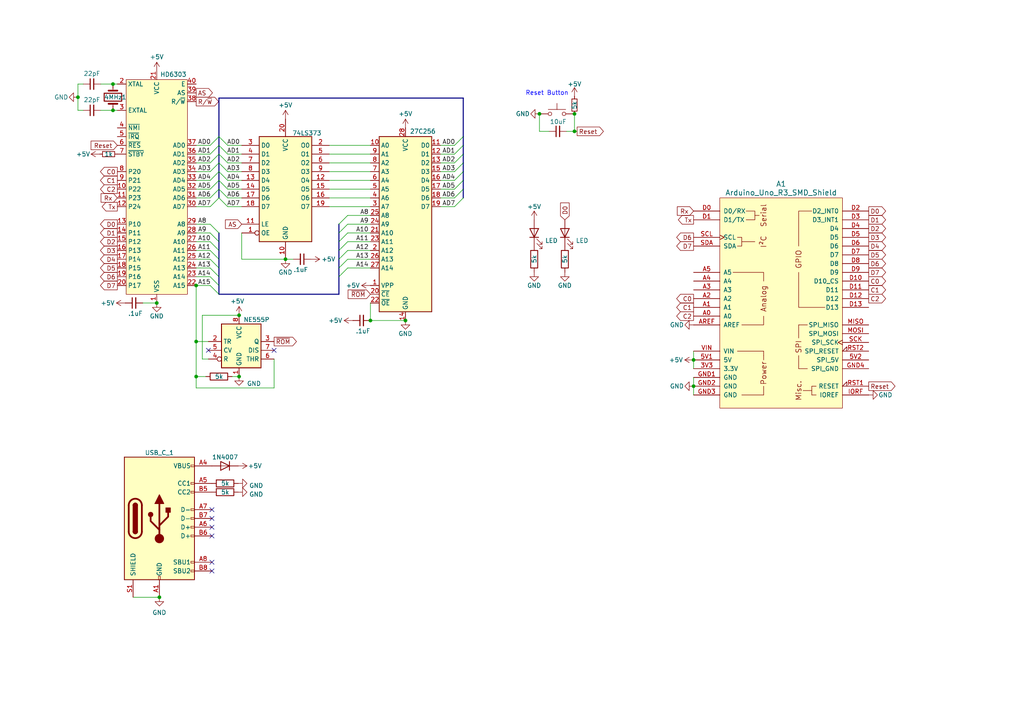
<source format=kicad_sch>
(kicad_sch (version 20230121) (generator eeschema)
  (paper "A4")
  (lib_symbols
    (symbol "74xx:74LS373"
      (property "Reference" "U" (at -7.62 16.51 0))
      (property "Value" "74LS373" (at -7.62 -16.51 0))
      (symbol "74LS373_1_0"
        (pin input inverted (at -12.7 -12.7 0) (length 5.08) (name "OE") (number "1"))
        (pin power_in line (at 0 -20.32 90) (length 5.08) (name "GND") (number "10"))
        (pin input line (at -12.7 -10.16 0) (length 5.08) (name "LE") (number "11"))
        (pin tri_state line (at 12.7 2.54 180) (length 5.08) (name "O4") (number "12"))
        (pin input line (at -12.7 2.54 0) (length 5.08) (name "D4") (number "13"))
        (pin input line (at -12.7 0 0) (length 5.08) (name "D5") (number "14"))
        (pin tri_state line (at 12.7 0 180) (length 5.08) (name "O5") (number "15"))
        (pin tri_state line (at 12.7 -2.54 180) (length 5.08) (name "O6") (number "16"))
        (pin input line (at -12.7 -2.54 0) (length 5.08) (name "D6") (number "17"))
        (pin input line (at -12.7 -5.08 0) (length 5.08) (name "D7") (number "18"))
        (pin tri_state line (at 12.7 -5.08 180) (length 5.08) (name "O7") (number "19"))
        (pin tri_state line (at 12.7 12.7 180) (length 5.08) (name "O0") (number "2"))
        (pin power_in line (at 0 20.32 270) (length 5.08) (name "VCC") (number "20"))
        (pin input line (at -12.7 12.7 0) (length 5.08) (name "D0") (number "3"))
        (pin input line (at -12.7 10.16 0) (length 5.08) (name "D1") (number "4"))
        (pin tri_state line (at 12.7 10.16 180) (length 5.08) (name "O1") (number "5"))
        (pin tri_state line (at 12.7 7.62 180) (length 5.08) (name "O2") (number "6"))
        (pin input line (at -12.7 7.62 0) (length 5.08) (name "D2") (number "7"))
        (pin input line (at -12.7 5.08 0) (length 5.08) (name "D3") (number "8"))
        (pin tri_state line (at 12.7 5.08 180) (length 5.08) (name "O3") (number "9"))
      )
      (symbol "74LS373_1_1"
        (rectangle (start -7.62 15.24) (end 7.62 -15.24) (stroke (width 0.254)) (fill (type background)))
      )
    )
    (symbol "Connector:USB_C_Receptacle_USB2.0" (pin_names (offset 1.016))
      (property "Reference" "J" (at -10.16 19.05 0))
      (property "Value" "USB_C_Receptacle_USB2.0" (at 19.05 19.05 0))
      (symbol "USB_C_Receptacle_USB2.0_0_0"
        (rectangle (start -0.254 -17.78) (end 0.254 -16.764))
        (rectangle (start 10.16 -14.986) (end 9.144 -15.494))
        (rectangle (start 10.16 -12.446) (end 9.144 -12.954))
        (rectangle (start 10.16 -4.826) (end 9.144 -5.334))
        (rectangle (start 10.16 -2.286) (end 9.144 -2.794))
        (rectangle (start 10.16 0.254) (end 9.144 -0.254))
        (rectangle (start 10.16 2.794) (end 9.144 2.286))
        (rectangle (start 10.16 7.874) (end 9.144 7.366))
        (rectangle (start 10.16 10.414) (end 9.144 9.906))
        (rectangle (start 10.16 15.494) (end 9.144 14.986))
      )
      (symbol "USB_C_Receptacle_USB2.0_0_1"
        (rectangle (start -10.16 17.78) (end 10.16 -17.78) (stroke (width 0.254)) (fill (type background)))
        (arc (start -8.89 -3.81) (mid -6.985 -5.7067) (end -5.08 -3.81) (stroke (width 0.508)))
        (arc (start -7.62 -3.81) (mid -6.985 -4.4423) (end -6.35 -3.81) (stroke (width 0.254)))
        (arc (start -7.62 -3.81) (mid -6.985 -4.4423) (end -6.35 -3.81) (stroke (width 0.254)) (fill (type outline)))
        (rectangle (start -7.62 -3.81) (end -6.35 3.81) (stroke (width 0.254)) (fill (type outline)))
        (arc (start -6.35 3.81) (mid -6.985 4.4423) (end -7.62 3.81) (stroke (width 0.254)))
        (arc (start -6.35 3.81) (mid -6.985 4.4423) (end -7.62 3.81) (stroke (width 0.254)) (fill (type outline)))
        (arc (start -5.08 3.81) (mid -6.985 5.7067) (end -8.89 3.81) (stroke (width 0.508)))
        (circle (center -2.54 1.143) (radius 0.635) (stroke (width 0.254)) (fill (type outline)))
        (circle (center 0 -5.842) (radius 1.27) (fill (type outline)))
        (polyline (pts (xy -8.89 -3.81) (xy -8.89 3.81)) (stroke (width 0.508)))
        (polyline (pts (xy -5.08 3.81) (xy -5.08 -3.81)) (stroke (width 0.508)))
        (polyline (pts (xy 0 -5.842) (xy 0 4.318)) (stroke (width 0.508)))
        (polyline (pts (xy 0 -3.302) (xy -2.54 -0.762) (xy -2.54 0.508)) (stroke (width 0.508)))
        (polyline (pts (xy 0 -2.032) (xy 2.54 0.508) (xy 2.54 1.778)) (stroke (width 0.508)))
        (polyline (pts (xy -1.27 4.318) (xy 0 6.858) (xy 1.27 4.318) (xy -1.27 4.318)) (stroke (width 0.254)) (fill (type outline)))
        (rectangle (start 1.905 1.778) (end 3.175 3.048) (stroke (width 0.254)) (fill (type outline)))
      )
      (symbol "USB_C_Receptacle_USB2.0_1_1"
        (pin passive line (at 0 -22.86 90) (length 5.08) (name "GND") (number "A1"))
        (pin passive line (at 0 -22.86 90) (length 5.08) hide (name "GND") (number "A12"))
        (pin passive line (at 15.24 15.24 180) (length 5.08) (name "VBUS") (number "A4"))
        (pin bidirectional line (at 15.24 10.16 180) (length 5.08) (name "CC1") (number "A5"))
        (pin bidirectional line (at 15.24 -2.54 180) (length 5.08) (name "D+") (number "A6"))
        (pin bidirectional line (at 15.24 2.54 180) (length 5.08) (name "D-") (number "A7"))
        (pin bidirectional line (at 15.24 -12.7 180) (length 5.08) (name "SBU1") (number "A8"))
        (pin passive line (at 15.24 15.24 180) (length 5.08) hide (name "VBUS") (number "A9"))
        (pin passive line (at 0 -22.86 90) (length 5.08) hide (name "GND") (number "B1"))
        (pin passive line (at 0 -22.86 90) (length 5.08) hide (name "GND") (number "B12"))
        (pin passive line (at 15.24 15.24 180) (length 5.08) hide (name "VBUS") (number "B4"))
        (pin bidirectional line (at 15.24 7.62 180) (length 5.08) (name "CC2") (number "B5"))
        (pin bidirectional line (at 15.24 -5.08 180) (length 5.08) (name "D+") (number "B6"))
        (pin bidirectional line (at 15.24 0 180) (length 5.08) (name "D-") (number "B7"))
        (pin bidirectional line (at 15.24 -15.24 180) (length 5.08) (name "SBU2") (number "B8"))
        (pin passive line (at 15.24 15.24 180) (length 5.08) hide (name "VBUS") (number "B9"))
        (pin passive line (at -7.62 -22.86 90) (length 5.08) (name "SHIELD") (number "S1"))
      )
    )
    (symbol "Device:C_Small" (pin_numbers hide) (pin_names (offset 0.254) hide)
      (property "Reference" "C" (at 0.254 1.778 0))
      (property "Value" "C_Small" (at 0.254 -2.032 0))
      (symbol "C_Small_0_1"
        (polyline (pts (xy -1.524 -0.508) (xy 1.524 -0.508)) (stroke (width 0.3302)))
        (polyline (pts (xy -1.524 0.508) (xy 1.524 0.508)) (stroke (width 0.3048)))
      )
      (symbol "C_Small_1_1"
        (pin passive line (at 0 2.54 270) (length 2.032) (name "~") (number "1"))
        (pin passive line (at 0 -2.54 90) (length 2.032) (name "~") (number "2"))
      )
    )
    (symbol "Device:Crystal" (pin_numbers hide) (pin_names (offset 1.016) hide)
      (property "Reference" "Y" (at 0 3.81 0))
      (property "Value" "Crystal" (at 0 -3.81 0))
      (symbol "Crystal_0_1"
        (rectangle (start -1.143 2.54) (end 1.143 -2.54) (stroke (width 0.3048)))
        (polyline (pts (xy -2.54 0) (xy -1.905 0)))
        (polyline (pts (xy -1.905 -1.27) (xy -1.905 1.27)) (stroke (width 0.508)))
        (polyline (pts (xy 1.905 -1.27) (xy 1.905 1.27)) (stroke (width 0.508)))
        (polyline (pts (xy 2.54 0) (xy 1.905 0)))
      )
      (symbol "Crystal_1_1"
        (pin passive line (at -3.81 0 0) (length 1.27) (name "1") (number "1"))
        (pin passive line (at 3.81 0 180) (length 1.27) (name "2") (number "2"))
      )
    )
    (symbol "Device:D" (pin_numbers hide) (pin_names (offset 1.016) hide)
      (property "Reference" "D" (at 0 2.54 0))
      (property "Value" "D" (at 0 -2.54 0))
      (symbol "D_0_1"
        (polyline (pts (xy -1.27 1.27) (xy -1.27 -1.27)) (stroke (width 0.254)))
        (polyline (pts (xy 1.27 0) (xy -1.27 0)))
        (polyline (pts (xy 1.27 1.27) (xy 1.27 -1.27) (xy -1.27 0) (xy 1.27 1.27)) (stroke (width 0.254)))
      )
      (symbol "D_1_1"
        (pin passive line (at -3.81 0 0) (length 2.54) (name "K") (number "1"))
        (pin passive line (at 3.81 0 180) (length 2.54) (name "A") (number "2"))
      )
    )
    (symbol "Device:LED" (pin_numbers hide) (pin_names (offset 1.016) hide)
      (property "Reference" "D" (at 0 2.54 0))
      (property "Value" "LED" (at 0 -2.54 0))
      (symbol "LED_0_1"
        (polyline (pts (xy -1.27 -1.27) (xy -1.27 1.27)) (stroke (width 0.254)))
        (polyline (pts (xy -1.27 0) (xy 1.27 0)))
        (polyline (pts (xy 1.27 -1.27) (xy 1.27 1.27) (xy -1.27 0) (xy 1.27 -1.27)) (stroke (width 0.254)))
        (polyline (pts (xy -3.048 -0.762) (xy -4.572 -2.286) (xy -3.81 -2.286) (xy -4.572 -2.286) (xy -4.572 -1.524)))
        (polyline (pts (xy -1.778 -0.762) (xy -3.302 -2.286) (xy -2.54 -2.286) (xy -3.302 -2.286) (xy -3.302 -1.524)))
      )
      (symbol "LED_1_1"
        (pin passive line (at -3.81 0 0) (length 2.54) (name "K") (number "1"))
        (pin passive line (at 3.81 0 180) (length 2.54) (name "A") (number "2"))
      )
    )
    (symbol "Device:R" (pin_numbers hide) (pin_names (offset 0))
      (property "Reference" "R" (at 2.032 0 90))
      (property "Value" "R" (at 0 0 90))
      (symbol "R_0_1"
        (rectangle (start -1.016 -2.54) (end 1.016 2.54) (stroke (width 0.254)))
      )
      (symbol "R_1_1"
        (pin passive line (at 0 3.81 270) (length 1.27) (name "~") (number "1"))
        (pin passive line (at 0 -3.81 90) (length 1.27) (name "~") (number "2"))
      )
    )
    (symbol "Device:R_Small" (pin_numbers hide) (pin_names (offset 0.254) hide)
      (property "Reference" "R" (at 0.762 0.508 0))
      (property "Value" "R_Small" (at 0.762 -1.016 0))
      (symbol "R_Small_0_1"
        (rectangle (start -0.762 1.778) (end 0.762 -1.778) (stroke (width 0.2032)))
      )
      (symbol "R_Small_1_1"
        (pin passive line (at 0 2.54 270) (length 0.762) (name "~") (number "1"))
        (pin passive line (at 0 -2.54 90) (length 0.762) (name "~") (number "2"))
      )
    )
    (symbol "Memory_EPROM:27C256"
      (property "Reference" "U" (at -7.62 26.67 0))
      (property "Value" "27C256" (at 2.54 -26.67 0))
      (symbol "27C256_1_1"
        (rectangle (start -7.62 25.4) (end 7.62 -25.4) (stroke (width 0.254)) (fill (type background)))
        (pin input line (at -10.16 -17.78 0) (length 2.54) (name "VPP") (number "1"))
        (pin input line (at -10.16 22.86 0) (length 2.54) (name "A0") (number "10"))
        (pin tri_state line (at 10.16 22.86 180) (length 2.54) (name "D0") (number "11"))
        (pin tri_state line (at 10.16 20.32 180) (length 2.54) (name "D1") (number "12"))
        (pin tri_state line (at 10.16 17.78 180) (length 2.54) (name "D2") (number "13"))
        (pin power_in line (at 0 -27.94 90) (length 2.54) (name "GND") (number "14"))
        (pin tri_state line (at 10.16 15.24 180) (length 2.54) (name "D3") (number "15"))
        (pin tri_state line (at 10.16 12.7 180) (length 2.54) (name "D4") (number "16"))
        (pin tri_state line (at 10.16 10.16 180) (length 2.54) (name "D5") (number "17"))
        (pin tri_state line (at 10.16 7.62 180) (length 2.54) (name "D6") (number "18"))
        (pin tri_state line (at 10.16 5.08 180) (length 2.54) (name "D7") (number "19"))
        (pin input line (at -10.16 -7.62 0) (length 2.54) (name "A12") (number "2"))
        (pin input line (at -10.16 -20.32 0) (length 2.54) (name "~{CE}") (number "20"))
        (pin input line (at -10.16 -2.54 0) (length 2.54) (name "A10") (number "21"))
        (pin input line (at -10.16 -22.86 0) (length 2.54) (name "~{OE}") (number "22"))
        (pin input line (at -10.16 -5.08 0) (length 2.54) (name "A11") (number "23"))
        (pin input line (at -10.16 0 0) (length 2.54) (name "A9") (number "24"))
        (pin input line (at -10.16 2.54 0) (length 2.54) (name "A8") (number "25"))
        (pin input line (at -10.16 -10.16 0) (length 2.54) (name "A13") (number "26"))
        (pin input line (at -10.16 -12.7 0) (length 2.54) (name "A14") (number "27"))
        (pin power_in line (at 0 27.94 270) (length 2.54) (name "VCC") (number "28"))
        (pin input line (at -10.16 5.08 0) (length 2.54) (name "A7") (number "3"))
        (pin input line (at -10.16 7.62 0) (length 2.54) (name "A6") (number "4"))
        (pin input line (at -10.16 10.16 0) (length 2.54) (name "A5") (number "5"))
        (pin input line (at -10.16 12.7 0) (length 2.54) (name "A4") (number "6"))
        (pin input line (at -10.16 15.24 0) (length 2.54) (name "A3") (number "7"))
        (pin input line (at -10.16 17.78 0) (length 2.54) (name "A2") (number "8"))
        (pin input line (at -10.16 20.32 0) (length 2.54) (name "A1") (number "9"))
      )
    )
    (symbol "PCM_arduino-library:Arduino_Uno_R3_SMD_Shield" (pin_names (offset 1.016))
      (property "Reference" "A" (at 0 36.83 0))
      (property "Value" "Arduino_Uno_R3_SMD_Shield" (at 0 33.02 0))
      (symbol "Arduino_Uno_R3_SMD_Shield_0_0"
        (rectangle (start -17.78 30.48) (end 17.78 -30.48) (fill (type background)))
        (rectangle (start -12.7 -13.97) (end -5.08 -13.97))
        (rectangle (start -11.43 -26.67) (end -5.08 -26.67))
        (polyline (pts (xy -11.43 17.78) (xy -7.62 17.78)))
        (polyline (pts (xy -7.62 25.4) (xy -6.35 25.4)))
        (polyline (pts (xy -5.08 -26.67) (xy -5.08 -24.13)))
        (polyline (pts (xy -5.08 -15.24) (xy -5.08 -16.51)))
        (polyline (pts (xy -5.08 -13.97) (xy -5.08 -15.24)))
        (polyline (pts (xy -5.08 -3.81) (xy -5.08 -6.35) (xy -11.43 -6.35)))
        (polyline (pts (xy -5.08 6.35) (xy -5.08 8.89) (xy -13.97 8.89)))
        (polyline (pts (xy 5.08 8.89) (xy 5.08 -1.27) (xy 12.7 -1.27)))
        (polyline (pts (xy 5.08 16.51) (xy 5.08 26.67) (xy 8.89 26.67)))
        (polyline (pts (xy -12.7 19.05) (xy -11.43 19.05) (xy -11.43 16.51) (xy -12.7 16.51)))
        (polyline (pts (xy -10.16 26.67) (xy -7.62 26.67) (xy -7.62 24.13) (xy -10.16 24.13)))
        (rectangle (start 5.08 -19.05) (end 5.08 -15.24))
        (rectangle (start 5.08 -19.05) (end 7.62 -19.05))
        (rectangle (start 5.08 -10.16) (end 5.08 -6.35))
        (rectangle (start 7.62 -6.35) (end 5.08 -6.35))
        (rectangle (start 8.89 -25.4) (end 6.35 -25.4))
        (rectangle (start 8.89 -24.13) (end 8.89 -26.67))
        (rectangle (start 10.16 -26.67) (end 8.89 -26.67))
        (rectangle (start 10.16 -24.13) (end 8.89 -24.13))
        (text "Analog" (at -5.08 1.27 900) (effects (font (size 1.524 1.524))))
        (text "I²C" (at -5.08 17.78 900) (effects (font (size 1.524 1.524))))
        (text "Misc." (at 5.08 -25.4 900) (effects (font (size 1.524 1.524))))
        (text "Power" (at -5.08 -20.32 900) (effects (font (size 1.524 1.524))))
        (text "Serial" (at -5.08 25.4 900) (effects (font (size 1.524 1.524))))
        (text "SPI" (at 5.08 -12.7 900) (effects (font (size 1.524 1.524))))
      )
      (symbol "Arduino_Uno_R3_SMD_Shield_1_0"
        (text "GPIO" (at 5.08 12.7 900) (effects (font (size 1.524 1.524))))
      )
      (symbol "Arduino_Uno_R3_SMD_Shield_1_1"
        (pin power_out line (at -25.4 -19.05 0) (length 7.62) (name "3.3V") (number "3V3"))
        (pin power_in line (at -25.4 -16.51 0) (length 7.62) (name "5V") (number "5V1"))
        (pin power_in line (at 25.4 -16.51 180) (length 7.62) (name "SPI_5V") (number "5V2"))
        (pin bidirectional line (at -25.4 -3.81 0) (length 7.62) (name "A0") (number "A0"))
        (pin bidirectional line (at -25.4 -1.27 0) (length 7.62) (name "A1") (number "A1"))
        (pin bidirectional line (at -25.4 1.27 0) (length 7.62) (name "A2") (number "A2"))
        (pin bidirectional line (at -25.4 3.81 0) (length 7.62) (name "A3") (number "A3"))
        (pin bidirectional line (at -25.4 6.35 0) (length 7.62) (name "A4") (number "A4"))
        (pin bidirectional line (at -25.4 8.89 0) (length 7.62) (name "A5") (number "A5"))
        (pin input line (at -25.4 -6.35 0) (length 7.62) (name "AREF") (number "AREF"))
        (pin bidirectional line (at -25.4 26.67 0) (length 7.62) (name "D0/RX") (number "D0"))
        (pin bidirectional line (at -25.4 24.13 0) (length 7.62) (name "D1/TX") (number "D1"))
        (pin bidirectional line (at 25.4 6.35 180) (length 7.62) (name "D10_CS") (number "D10"))
        (pin bidirectional line (at 25.4 3.81 180) (length 7.62) (name "D11") (number "D11"))
        (pin bidirectional line (at 25.4 1.27 180) (length 7.62) (name "D12") (number "D12"))
        (pin bidirectional line (at 25.4 -1.27 180) (length 7.62) (name "D13") (number "D13"))
        (pin bidirectional line (at 25.4 26.67 180) (length 7.62) (name "D2_INT0") (number "D2"))
        (pin bidirectional line (at 25.4 24.13 180) (length 7.62) (name "D3_INT1") (number "D3"))
        (pin bidirectional line (at 25.4 21.59 180) (length 7.62) (name "D4") (number "D4"))
        (pin bidirectional line (at 25.4 19.05 180) (length 7.62) (name "D5") (number "D5"))
        (pin bidirectional line (at 25.4 16.51 180) (length 7.62) (name "D6") (number "D6"))
        (pin bidirectional line (at 25.4 13.97 180) (length 7.62) (name "D7") (number "D7"))
        (pin bidirectional line (at 25.4 11.43 180) (length 7.62) (name "D8") (number "D8"))
        (pin bidirectional line (at 25.4 8.89 180) (length 7.62) (name "D9") (number "D9"))
        (pin power_in line (at -25.4 -21.59 0) (length 7.62) (name "GND") (number "GND1"))
        (pin power_in line (at -25.4 -24.13 0) (length 7.62) (name "GND") (number "GND2"))
        (pin power_in line (at -25.4 -26.67 0) (length 7.62) (name "GND") (number "GND3"))
        (pin power_in line (at 25.4 -19.05 180) (length 7.62) (name "SPI_GND") (number "GND4"))
        (pin output line (at 25.4 -26.67 180) (length 7.62) (name "IOREF") (number "IORF"))
        (pin input line (at 25.4 -6.35 180) (length 7.62) (name "SPI_MISO") (number "MISO"))
        (pin output line (at 25.4 -8.89 180) (length 7.62) (name "SPI_MOSI") (number "MOSI"))
        (pin open_collector input_low (at 25.4 -24.13 180) (length 7.62) (name "RESET") (number "RST1"))
        (pin open_collector input_low (at 25.4 -13.97 180) (length 7.62) (name "SPI_RESET") (number "RST2"))
        (pin output clock (at 25.4 -11.43 180) (length 7.62) (name "SPI_SCK") (number "SCK"))
        (pin bidirectional clock (at -25.4 19.05 0) (length 7.62) (name "SCL") (number "SCL"))
        (pin bidirectional line (at -25.4 16.51 0) (length 7.62) (name "SDA") (number "SDA"))
        (pin power_in line (at -25.4 -13.97 0) (length 7.62) (name "VIN") (number "VIN"))
      )
    )
    (symbol "Switch:SW_Push" (pin_numbers hide) (pin_names (offset 1.016) hide)
      (property "Reference" "SW" (at 1.27 2.54 0))
      (property "Value" "SW_Push" (at 0 -1.524 0))
      (symbol "SW_Push_0_1"
        (circle (center -2.032 0) (radius 0.508))
        (polyline (pts (xy 0 1.27) (xy 0 3.048)))
        (polyline (pts (xy 2.54 1.27) (xy -2.54 1.27)))
        (circle (center 2.032 0) (radius 0.508))
        (pin passive line (at -5.08 0 0) (length 2.54) (name "1") (number "1"))
        (pin passive line (at 5.08 0 180) (length 2.54) (name "2") (number "2"))
      )
    )
    (symbol "Timer:NE555P"
      (property "Value" "NE555P" (at -2.54 8.89 0))
      (symbol "NE555P_0_0"
        (pin power_in line (at -3.81 -7.62 90) (length 2.54) (name "GND") (number "1"))
        (pin power_in line (at -3.81 10.16 270) (length 2.54) (name "VCC") (number "8"))
      )
      (symbol "NE555P_0_1"
        (rectangle (start -8.89 7.62) (end 2.54 -5.08) (stroke (width 0.254)) (fill (type background)))
        (rectangle (start -8.89 7.62) (end 2.54 -5.08) (stroke (width 0.254)) (fill (type background)))
      )
      (symbol "NE555P_1_1"
        (pin input line (at -12.7 2.54 0) (length 3.81) (name "TR") (number "2"))
        (pin output line (at 6.35 2.54 180) (length 3.81) (name "Q") (number "3"))
        (pin input inverted (at -12.7 -2.54 0) (length 3.81) (name "R") (number "4"))
        (pin input line (at -12.7 0 0) (length 3.81) (name "CV") (number "5"))
        (pin input line (at 6.35 -2.54 180) (length 3.81) (name "THR") (number "6"))
        (pin input line (at 6.35 0 180) (length 3.81) (name "DIS") (number "7"))
      )
    )
    (symbol "devkit lipo:+5V" (power) (pin_names (offset 0))
      (property "Value" "+5V" (at 0 3.556 0))
      (symbol "+5V_0_1"
        (polyline (pts (xy -0.762 1.27) (xy 0 2.54)))
        (polyline (pts (xy 0 0) (xy 0 2.54)))
        (polyline (pts (xy 0 2.54) (xy 0.762 1.27)))
      )
      (symbol "+5V_1_1"
        (pin power_in line (at 0 0 90) (length 0) hide (name "+5V") (number "1"))
      )
    )
    (symbol "devkit lipo:GND" (power) (pin_names (offset 0))
      (property "Value" "GND" (at 0 -3.81 0))
      (symbol "GND_0_1"
        (polyline (pts (xy 0 0) (xy 0 -1.27) (xy 1.27 -1.27) (xy 0 -2.54) (xy -1.27 -1.27) (xy 0 -1.27)))
      )
      (symbol "GND_1_1"
        (pin power_in line (at 0 0 270) (length 0) hide (name "GND") (number "1"))
      )
    )
    (symbol "new shii:HD6303"
      (property "Value" "HD6303" (at 12.446 0.254 0))
      (symbol "HD6303_1_1"
        (rectangle (start -1.27 -1.27) (end 16.51 -63.5) (fill (type background)))
        (pin input line (at 7.62 -66.04 90) (length 2.54) (name "VSS") (number "1"))
        (pin input line (at -3.81 -33.02 0) (length 2.54) (name "P22") (number "10"))
        (pin input line (at -3.81 -35.56 0) (length 2.54) (name "P23") (number "11"))
        (pin input line (at -3.81 -38.1 0) (length 2.54) (name "P24") (number "12"))
        (pin input line (at -3.81 -43.18 0) (length 2.54) (name "P10") (number "13"))
        (pin input line (at -3.81 -45.72 0) (length 2.54) (name "P11") (number "14"))
        (pin input line (at -3.81 -48.26 0) (length 2.54) (name "P12") (number "15"))
        (pin input line (at -3.81 -50.8 0) (length 2.54) (name "P13") (number "16"))
        (pin input line (at -3.81 -53.34 0) (length 2.54) (name "P14") (number "17"))
        (pin input line (at -3.81 -55.88 0) (length 2.54) (name "P15") (number "18"))
        (pin input line (at -3.81 -58.42 0) (length 2.54) (name "P16") (number "19"))
        (pin input line (at -3.81 -2.54 0) (length 2.54) (name "XTAL") (number "2"))
        (pin input line (at -3.81 -60.96 0) (length 2.54) (name "P17") (number "20"))
        (pin input line (at 7.62 1.27 270) (length 2.54) (name "VCC") (number "21"))
        (pin input line (at 19.05 -60.96 180) (length 2.54) (name "A15") (number "22"))
        (pin input line (at 19.05 -58.42 180) (length 2.54) (name "A14") (number "23"))
        (pin input line (at 19.05 -55.88 180) (length 2.54) (name "A13") (number "24"))
        (pin input line (at 19.05 -53.34 180) (length 2.54) (name "A12") (number "25"))
        (pin input line (at 19.05 -50.8 180) (length 2.54) (name "A11") (number "26"))
        (pin input line (at 19.05 -48.26 180) (length 2.54) (name "A10") (number "27"))
        (pin input line (at 19.05 -45.72 180) (length 2.54) (name "A9") (number "28"))
        (pin input line (at 19.05 -43.18 180) (length 2.54) (name "A8") (number "29"))
        (pin input line (at -3.81 -10.16 0) (length 2.54) (name "EXTAL") (number "3"))
        (pin input line (at 19.05 -38.1 180) (length 2.54) (name "AD7") (number "30"))
        (pin input line (at 19.05 -35.56 180) (length 2.54) (name "AD6") (number "31"))
        (pin input line (at 19.05 -33.02 180) (length 2.54) (name "AD5") (number "32"))
        (pin input line (at 19.05 -30.48 180) (length 2.54) (name "AD4") (number "33"))
        (pin input line (at 19.05 -27.94 180) (length 2.54) (name "AD3") (number "34"))
        (pin input line (at 19.05 -25.4 180) (length 2.54) (name "AD2") (number "35"))
        (pin input line (at 19.05 -22.86 180) (length 2.54) (name "AD1") (number "36"))
        (pin input line (at 19.05 -20.32 180) (length 2.54) (name "AD0") (number "37"))
        (pin input line (at 19.05 -7.62 180) (length 2.54) (name "R/~{W}") (number "38"))
        (pin input line (at 19.05 -5.08 180) (length 2.54) (name "AS") (number "39"))
        (pin input line (at -3.81 -15.24 0) (length 2.54) (name "~{NMI}") (number "4"))
        (pin input line (at 19.05 -2.54 180) (length 2.54) (name "E") (number "40"))
        (pin input line (at -3.81 -17.78 0) (length 2.54) (name "~{IRQ}") (number "5"))
        (pin input line (at -3.81 -20.32 0) (length 2.54) (name "~{RES}") (number "6"))
        (pin input line (at -3.81 -22.86 0) (length 2.54) (name "~{STBY}") (number "7"))
        (pin input line (at -3.81 -27.94 0) (length 2.54) (name "P20") (number "8"))
        (pin input line (at -3.81 -30.48 0) (length 2.54) (name "P21") (number "9"))
      )
    )
    (symbol "power:+5V" (power) (pin_names (offset 0))
      (property "Value" "+5V" (at 0 3.556 0))
      (symbol "+5V_0_1"
        (polyline (pts (xy -0.762 1.27) (xy 0 2.54)))
        (polyline (pts (xy 0 0) (xy 0 2.54)))
        (polyline (pts (xy 0 2.54) (xy 0.762 1.27)))
      )
      (symbol "+5V_1_1"
        (pin power_in line (at 0 0 90) (length 0) hide (name "+5V") (number "1"))
      )
    )
    (symbol "power:GND" (power) (pin_names (offset 0))
      (property "Value" "GND" (at 0 -3.81 0))
      (symbol "GND_0_1"
        (polyline (pts (xy 0 0) (xy 0 -1.27) (xy 1.27 -1.27) (xy 0 -2.54) (xy -1.27 -1.27) (xy 0 -1.27)))
      )
      (symbol "GND_1_1"
        (pin power_in line (at 0 0 270) (length 0) hide (name "GND") (number "1"))
      )
    )
  )
  (junction (at 46.228 173.228))
  (junction (at 69.342 109.22))
  (junction (at 45.466 87.884))
  (junction (at 107.442 92.964))
  (junction (at 69.342 91.44))
  (junction (at 201.168 112.014))
  (junction (at 156.464 33.02))
  (junction (at 22.606 28.194))
  (junction (at 32.766 24.384))
  (junction (at 166.624 33.02))
  (junction (at 56.896 109.22))
  (junction (at 166.624 38.1))
  (junction (at 82.804 75.184))
  (junction (at 56.896 82.804))
  (junction (at 201.168 104.394))
  (junction (at 56.896 99.06))
  (junction (at 32.766 32.004))
  (junction (at 117.602 92.964))
  (no_connect (at 61.468 165.608))
  (no_connect (at 61.468 163.068))
  (no_connect (at 79.502 101.6))
  (no_connect (at 61.468 150.368))
  (no_connect (at 61.468 155.448))
  (no_connect (at 61.468 152.908))
  (no_connect (at 61.468 147.828))
  (no_connect (at 60.452 101.6))
  (bus_entry (at 66.04 54.864) (size -2.54 -2.54))
  (bus_entry (at 131.826 44.704) (size 2.54 -2.54))
  (bus_entry (at 100.838 72.644) (size -2.54 2.54))
  (bus_entry (at 131.826 52.324) (size 2.54 -2.54))
  (bus_entry (at 60.96 77.724) (size 2.54 2.54))
  (bus_entry (at 60.96 42.164) (size 2.54 -2.54))
  (bus_entry (at 60.96 47.244) (size 2.54 -2.54))
  (bus_entry (at 100.838 65.024) (size -2.54 2.54))
  (bus_entry (at 100.838 77.724) (size -2.54 2.54))
  (bus_entry (at 60.96 67.564) (size 2.54 2.54))
  (bus_entry (at 60.96 59.944) (size 2.54 -2.54))
  (bus_entry (at 66.04 49.784) (size -2.54 -2.54))
  (bus_entry (at 66.04 47.244) (size -2.54 -2.54))
  (bus_entry (at 66.04 59.944) (size -2.54 -2.54))
  (bus_entry (at 131.826 47.244) (size 2.54 -2.54))
  (bus_entry (at 60.96 44.704) (size 2.54 -2.54))
  (bus_entry (at 60.96 70.104) (size 2.54 2.54))
  (bus_entry (at 131.826 57.404) (size 2.54 -2.54))
  (bus_entry (at 60.96 49.784) (size 2.54 -2.54))
  (bus_entry (at 60.96 72.644) (size 2.54 2.54))
  (bus_entry (at 66.04 42.164) (size -2.54 -2.54))
  (bus_entry (at 131.826 59.944) (size 2.54 -2.54))
  (bus_entry (at 60.96 80.264) (size 2.54 2.54))
  (bus_entry (at 60.96 57.404) (size 2.54 -2.54))
  (bus_entry (at 60.96 54.864) (size 2.54 -2.54))
  (bus_entry (at 60.96 52.324) (size 2.54 -2.54))
  (bus_entry (at 60.96 65.024) (size 2.54 2.54))
  (bus_entry (at 131.826 54.864) (size 2.54 -2.54))
  (bus_entry (at 66.04 52.324) (size -2.54 -2.54))
  (bus_entry (at 100.838 62.484) (size -2.54 2.54))
  (bus_entry (at 100.838 70.104) (size -2.54 2.54))
  (bus_entry (at 66.04 57.404) (size -2.54 -2.54))
  (bus_entry (at 60.96 82.804) (size 2.54 2.54))
  (bus_entry (at 60.96 75.184) (size 2.54 2.54))
  (bus_entry (at 66.04 44.704) (size -2.54 -2.54))
  (bus_entry (at 131.826 49.784) (size 2.54 -2.54))
  (bus_entry (at 100.838 67.564) (size -2.54 2.54))
  (bus_entry (at 100.838 75.184) (size -2.54 2.54))
  (bus_entry (at 131.826 42.164) (size 2.54 -2.54))
  (wire (pts (xy 107.442 62.484) (xy 100.838 62.484)))
  (wire (pts (xy 56.896 82.804) (xy 56.896 99.06)))
  (wire (pts (xy 56.896 109.22) (xy 56.896 112.522)))
  (wire (pts (xy 38.608 173.228) (xy 46.228 173.228)))
  (bus (pts (xy 98.298 80.264) (xy 98.298 77.724)))
  (wire (pts (xy 29.21 32.004) (xy 32.766 32.004)))
  (bus (pts (xy 63.5 44.704) (xy 63.5 47.244)))
  (wire (pts (xy 56.896 65.024) (xy 60.96 65.024)))
  (wire (pts (xy 107.442 77.724) (xy 100.838 77.724)))
  (wire (pts (xy 107.442 65.024) (xy 100.838 65.024)))
  (bus (pts (xy 63.5 75.184) (xy 63.5 72.644)))
  (wire (pts (xy 127.762 52.324) (xy 131.826 52.324)))
  (wire (pts (xy 166.624 33.02) (xy 166.624 38.1)))
  (wire (pts (xy 56.896 49.784) (xy 60.96 49.784)))
  (wire (pts (xy 56.896 82.804) (xy 60.96 82.804)))
  (bus (pts (xy 63.5 49.784) (xy 63.5 52.324)))
  (bus (pts (xy 63.5 54.864) (xy 63.5 57.404)))
  (wire (pts (xy 107.442 44.704) (xy 95.504 44.704)))
  (wire (pts (xy 56.896 70.104) (xy 60.96 70.104)))
  (wire (pts (xy 70.104 59.944) (xy 66.04 59.944)))
  (wire (pts (xy 85.09 75.184) (xy 82.804 75.184)))
  (wire (pts (xy 127.762 57.404) (xy 131.826 57.404)))
  (wire (pts (xy 56.896 67.564) (xy 60.96 67.564)))
  (wire (pts (xy 156.464 33.02) (xy 156.464 38.1)))
  (wire (pts (xy 56.896 52.324) (xy 60.96 52.324)))
  (wire (pts (xy 70.104 54.864) (xy 66.04 54.864)))
  (bus (pts (xy 134.366 42.164) (xy 134.366 44.704)))
  (wire (pts (xy 127.762 47.244) (xy 131.826 47.244)))
  (wire (pts (xy 107.442 67.564) (xy 100.838 67.564)))
  (bus (pts (xy 134.366 47.244) (xy 134.366 49.784)))
  (bus (pts (xy 98.298 75.184) (xy 98.298 72.644)))
  (wire (pts (xy 56.896 59.944) (xy 60.96 59.944)))
  (wire (pts (xy 58.674 91.44) (xy 58.674 104.14)))
  (wire (pts (xy 56.896 112.522) (xy 79.502 112.522)))
  (wire (pts (xy 70.104 44.704) (xy 66.04 44.704)))
  (wire (pts (xy 69.342 91.44) (xy 58.674 91.44)))
  (bus (pts (xy 63.5 70.104) (xy 63.5 67.564)))
  (wire (pts (xy 56.896 54.864) (xy 60.96 54.864)))
  (wire (pts (xy 69.342 109.22) (xy 67.31 109.22)))
  (wire (pts (xy 56.896 75.184) (xy 60.96 75.184)))
  (wire (pts (xy 22.606 24.384) (xy 22.606 28.194)))
  (wire (pts (xy 79.502 112.522) (xy 79.502 104.14)))
  (wire (pts (xy 166.624 38.1) (xy 167.386 38.1)))
  (wire (pts (xy 32.766 24.384) (xy 34.036 24.384)))
  (wire (pts (xy 58.674 104.14) (xy 60.452 104.14)))
  (wire (pts (xy 107.442 75.184) (xy 100.838 75.184)))
  (bus (pts (xy 63.5 39.624) (xy 63.5 42.164)))
  (wire (pts (xy 56.896 109.22) (xy 59.69 109.22)))
  (bus (pts (xy 134.366 52.324) (xy 134.366 54.864)))
  (bus (pts (xy 134.366 28.448) (xy 63.5 28.448)))
  (wire (pts (xy 127.762 59.944) (xy 131.826 59.944)))
  (wire (pts (xy 107.442 59.944) (xy 95.504 59.944)))
  (wire (pts (xy 22.606 28.194) (xy 22.606 32.004)))
  (wire (pts (xy 56.896 72.644) (xy 60.96 72.644)))
  (bus (pts (xy 134.366 54.864) (xy 134.366 57.404)))
  (bus (pts (xy 63.5 42.164) (xy 63.5 44.704)))
  (wire (pts (xy 107.442 57.404) (xy 95.504 57.404)))
  (wire (pts (xy 56.896 47.244) (xy 60.96 47.244)))
  (wire (pts (xy 107.442 72.644) (xy 100.838 72.644)))
  (bus (pts (xy 63.5 72.644) (xy 63.5 70.104)))
  (wire (pts (xy 70.104 47.244) (xy 66.04 47.244)))
  (bus (pts (xy 63.5 47.244) (xy 63.5 49.784)))
  (wire (pts (xy 201.168 104.394) (xy 201.168 106.934)))
  (bus (pts (xy 63.5 80.264) (xy 63.5 77.724)))
  (wire (pts (xy 56.896 42.164) (xy 60.96 42.164)))
  (wire (pts (xy 70.104 57.404) (xy 66.04 57.404)))
  (wire (pts (xy 56.896 57.404) (xy 60.96 57.404)))
  (wire (pts (xy 201.168 109.474) (xy 201.168 112.014)))
  (bus (pts (xy 98.298 77.724) (xy 98.298 75.184)))
  (wire (pts (xy 201.168 101.854) (xy 201.168 104.394)))
  (wire (pts (xy 56.896 44.704) (xy 60.96 44.704)))
  (wire (pts (xy 41.402 87.884) (xy 45.466 87.884)))
  (wire (pts (xy 32.766 32.004) (xy 34.036 32.004)))
  (wire (pts (xy 164.338 38.1) (xy 166.624 38.1)))
  (wire (pts (xy 127.762 54.864) (xy 131.826 54.864)))
  (bus (pts (xy 134.366 39.624) (xy 134.366 28.448)))
  (wire (pts (xy 156.464 38.1) (xy 159.258 38.1)))
  (wire (pts (xy 107.442 92.964) (xy 117.602 92.964)))
  (wire (pts (xy 56.896 77.724) (xy 60.96 77.724)))
  (wire (pts (xy 201.168 112.014) (xy 201.168 114.554)))
  (bus (pts (xy 63.5 52.324) (xy 63.5 54.864)))
  (wire (pts (xy 107.442 42.164) (xy 95.504 42.164)))
  (bus (pts (xy 98.298 72.644) (xy 98.298 70.104)))
  (wire (pts (xy 22.606 24.384) (xy 24.13 24.384)))
  (wire (pts (xy 127.762 49.784) (xy 131.826 49.784)))
  (bus (pts (xy 63.5 77.724) (xy 63.5 75.184)))
  (bus (pts (xy 63.5 28.448) (xy 63.5 39.624)))
  (wire (pts (xy 107.442 87.884) (xy 107.442 92.964)))
  (wire (pts (xy 70.104 67.564) (xy 70.104 75.184)))
  (wire (pts (xy 60.452 99.06) (xy 56.896 99.06)))
  (wire (pts (xy 107.442 47.244) (xy 95.504 47.244)))
  (bus (pts (xy 63.5 82.804) (xy 63.5 80.264)))
  (wire (pts (xy 127.762 44.704) (xy 131.826 44.704)))
  (bus (pts (xy 98.298 85.344) (xy 98.298 80.264)))
  (bus (pts (xy 63.5 85.344) (xy 98.298 85.344)))
  (wire (pts (xy 22.606 32.004) (xy 24.13 32.004)))
  (wire (pts (xy 70.104 52.324) (xy 66.04 52.324)))
  (wire (pts (xy 70.104 75.184) (xy 82.804 75.184)))
  (wire (pts (xy 56.896 80.264) (xy 60.96 80.264)))
  (wire (pts (xy 29.21 24.384) (xy 32.766 24.384)))
  (wire (pts (xy 70.104 42.164) (xy 66.04 42.164)))
  (wire (pts (xy 107.442 70.104) (xy 100.838 70.104)))
  (wire (pts (xy 107.442 49.784) (xy 95.504 49.784)))
  (bus (pts (xy 98.298 67.564) (xy 98.298 65.024)))
  (bus (pts (xy 134.366 49.784) (xy 134.366 52.324)))
  (bus (pts (xy 63.5 85.344) (xy 63.5 82.804)))
  (wire (pts (xy 127.762 42.164) (xy 131.826 42.164)))
  (bus (pts (xy 98.298 70.104) (xy 98.298 67.564)))
  (wire (pts (xy 56.896 99.06) (xy 56.896 109.22)))
  (bus (pts (xy 134.366 44.704) (xy 134.366 47.244)))
  (wire (pts (xy 107.442 54.864) (xy 95.504 54.864)))
  (wire (pts (xy 107.442 52.324) (xy 95.504 52.324)))
  (bus (pts (xy 134.366 39.624) (xy 134.366 42.164)))
  (wire (pts (xy 70.104 49.784) (xy 66.04 49.784)))
  (label "A10" (at 57.404 70.104 0))
  (label "A13" (at 106.934 75.184 180))
  (label "AD4" (at 128.27 52.324 0))
  (label "AD2" (at 69.596 47.244 180))
  (label "AD7" (at 69.596 59.944 180))
  (label "AD4" (at 69.596 52.324 180))
  (label "AD0" (at 69.596 42.164 180))
  (label "AD0" (at 128.27 42.164 0))
  (label "A10" (at 106.934 67.564 180))
  (label "A9" (at 106.934 65.024 180))
  (label "AD3" (at 57.404 49.784 0))
  (label "AD5" (at 69.596 54.864 180))
  (label "AD2" (at 128.27 47.244 0))
  (label "AD1" (at 69.596 44.704 180))
  (label "A9" (at 57.404 67.564 0))
  (label "AD0" (at 57.404 42.164 0))
  (label "AD7" (at 128.27 59.944 0))
  (label "AD6" (at 57.404 57.404 0))
  (label "A11" (at 106.934 70.104 180))
  (label "A8" (at 106.934 62.484 180))
  (label "AD6" (at 128.27 57.404 0))
  (label "AD5" (at 128.27 54.864 0))
  (label "AD6" (at 69.596 57.404 180))
  (label "A8" (at 57.404 65.024 0))
  (label "A11" (at 57.404 72.644 0))
  (label "A12" (at 57.404 75.184 0))
  (label "AD1" (at 57.404 44.704 0))
  (label "AD3" (at 128.27 49.784 0))
  (label "A13" (at 57.404 77.724 0))
  (label "AD7" (at 57.404 59.944 0))
  (label "AD1" (at 128.27 44.704 0))
  (label "AD5" (at 57.404 54.864 0))
  (label "A14" (at 57.404 80.264 0))
  (label "AD4" (at 57.404 52.324 0))
  (label "AD3" (at 69.596 49.784 180))
  (label "Reset Button" (at 152.4 27.94 0))
  (label "A14" (at 106.934 77.724 180))
  (label "A12" (at 106.934 72.644 180))
  (label "AD2" (at 57.404 47.244 0))
  (label "A15" (at 57.404 82.804 0))
  (global_label "C1" (shape output) (at 34.036 52.324 180) (property "Intersheetrefs" "${INTERSHEET_REFS}" (effects hide)))
  (global_label "C0" (shape output) (at 34.036 49.784 180) (property "Intersheetrefs" "${INTERSHEET_REFS}" (effects hide)))
  (global_label "D0" (shape input) (at 163.83 63.754 90) (property "Intersheetrefs" "${INTERSHEET_REFS}" (effects hide)))
  (global_label "D6" (shape output) (at 201.168 68.834 180) (property "Intersheetrefs" "${INTERSHEET_REFS}" (effects hide)))
  (global_label "AS" (shape input) (at 70.104 65.024 180) (property "Intersheetrefs" "${INTERSHEET_REFS}" (effects hide)))
  (global_label "D4" (shape output) (at 251.968 71.374 0) (property "Intersheetrefs" "${INTERSHEET_REFS}" (effects hide)))
  (global_label "D1" (shape output) (at 251.968 63.754 0) (property "Intersheetrefs" "${INTERSHEET_REFS}" (effects hide)))
  (global_label "Reset" (shape input) (at 34.036 42.164 180) (property "Intersheetrefs" "${INTERSHEET_REFS}" (effects hide)))
  (global_label "~{ROM}" (shape output) (at 79.502 99.06 0) (property "Intersheetrefs" "${INTERSHEET_REFS}" (effects hide)))
  (global_label "R{slash}~{W}" (shape output) (at 56.896 29.464 0) (property "Intersheetrefs" "${INTERSHEET_REFS}" (effects hide)))
  (global_label "Reset" (shape output) (at 167.386 38.1 0) (property "Intersheetrefs" "${INTERSHEET_REFS}" (effects hide)))
  (global_label "D1" (shape output) (at 34.036 67.564 180) (property "Intersheetrefs" "${INTERSHEET_REFS}" (effects hide)))
  (global_label "AS" (shape output) (at 56.896 26.924 0) (property "Intersheetrefs" "${INTERSHEET_REFS}" (effects hide)))
  (global_label "C2" (shape output) (at 34.036 54.864 180) (property "Intersheetrefs" "${INTERSHEET_REFS}" (effects hide)))
  (global_label "D6" (shape output) (at 251.968 76.454 0) (property "Intersheetrefs" "${INTERSHEET_REFS}" (effects hide)))
  (global_label "D3" (shape output) (at 34.036 72.644 180) (property "Intersheetrefs" "${INTERSHEET_REFS}" (effects hide)))
  (global_label "D2" (shape output) (at 34.036 70.104 180) (property "Intersheetrefs" "${INTERSHEET_REFS}" (effects hide)))
  (global_label "D7" (shape output) (at 201.168 71.374 180) (property "Intersheetrefs" "${INTERSHEET_REFS}" (effects hide)))
  (global_label "~{ROM}" (shape input) (at 107.442 85.344 180) (property "Intersheetrefs" "${INTERSHEET_REFS}" (effects hide)))
  (global_label "D2" (shape output) (at 251.968 66.294 0) (property "Intersheetrefs" "${INTERSHEET_REFS}" (effects hide)))
  (global_label "C2" (shape output) (at 251.968 86.614 0) (property "Intersheetrefs" "${INTERSHEET_REFS}" (effects hide)))
  (global_label "Tx" (shape output) (at 34.036 59.944 180) (property "Intersheetrefs" "${INTERSHEET_REFS}" (effects hide)))
  (global_label "D5" (shape output) (at 34.036 77.724 180) (property "Intersheetrefs" "${INTERSHEET_REFS}" (effects hide)))
  (global_label "D7" (shape output) (at 34.036 82.804 180) (property "Intersheetrefs" "${INTERSHEET_REFS}" (effects hide)))
  (global_label "D6" (shape output) (at 34.036 80.264 180) (property "Intersheetrefs" "${INTERSHEET_REFS}" (effects hide)))
  (global_label "D0" (shape output) (at 34.036 65.024 180) (property "Intersheetrefs" "${INTERSHEET_REFS}" (effects hide)))
  (global_label "D5" (shape output) (at 251.968 73.914 0) (property "Intersheetrefs" "${INTERSHEET_REFS}" (effects hide)))
  (global_label "C0" (shape output) (at 201.168 86.614 180) (property "Intersheetrefs" "${INTERSHEET_REFS}" (effects hide)))
  (global_label "Rx" (shape input) (at 34.036 57.404 180) (property "Intersheetrefs" "${INTERSHEET_REFS}" (effects hide)))
  (global_label "D3" (shape output) (at 251.968 68.834 0) (property "Intersheetrefs" "${INTERSHEET_REFS}" (effects hide)))
  (global_label "C1" (shape output) (at 251.968 84.074 0) (property "Intersheetrefs" "${INTERSHEET_REFS}" (effects hide)))
  (global_label "C2" (shape output) (at 201.168 91.694 180) (property "Intersheetrefs" "${INTERSHEET_REFS}" (effects hide)))
  (global_label "Reset" (shape output) (at 251.968 112.014 0) (property "Intersheetrefs" "${INTERSHEET_REFS}" (effects hide)))
  (global_label "Tx" (shape output) (at 201.168 63.754 180) (property "Intersheetrefs" "${INTERSHEET_REFS}" (effects hide)))
  (global_label "D0" (shape output) (at 251.968 61.214 0) (property "Intersheetrefs" "${INTERSHEET_REFS}" (effects hide)))
  (global_label "D7" (shape output) (at 251.968 78.994 0) (property "Intersheetrefs" "${INTERSHEET_REFS}" (effects hide)))
  (global_label "Rx" (shape input) (at 201.168 61.214 180) (property "Intersheetrefs" "${INTERSHEET_REFS}" (effects hide)))
  (global_label "C0" (shape output) (at 251.968 81.534 0) (property "Intersheetrefs" "${INTERSHEET_REFS}" (effects hide)))
  (global_label "C1" (shape output) (at 201.168 89.154 180) (property "Intersheetrefs" "${INTERSHEET_REFS}" (effects hide)))
  (global_label "D4" (shape output) (at 34.036 75.184 180) (property "Intersheetrefs" "${INTERSHEET_REFS}" (effects hide)))
  (symbol (lib_id "devkit lipo:+5V") (at 45.466 20.574 0) (unit 1)
    (property "Reference" "#PWR03" (effects hide))
    (property "Value" "+5V" (at 45.466 16.51 0))
  )
  (symbol (lib_id "devkit lipo:GND") (at 117.602 92.964 0) (unit 1)
    (property "Reference" "#PWR09" (effects hide))
    (property "Value" "GND" (at 119.634 96.774 0) (effects (justify right)))
  )
  (symbol (lib_id "power:+5V") (at 166.624 27.94 0) (unit 1)
    (property "Reference" "#PWR07" (effects hide))
    (property "Value" "+5V" (at 164.592 24.384 0) (effects (justify left)))
  )
  (symbol (lib_id "Switch:SW_Push") (at 161.544 33.02 0) (unit 1)
    (property "Reference" "SW2" (effects hide))
    (property "Value" "SW_Push" (effects hide))
    (property "Footprint" "Button_Switch_THT:SW_PUSH_6mm" (effects hide))
  )
  (symbol (lib_id "devkit lipo:+5V") (at 28.956 44.704 90) (unit 1)
    (property "Reference" "#PWR04" (effects hide))
    (property "Value" "+5V" (at 26.162 44.704 90) (effects (justify left)))
  )
  (symbol (lib_id "devkit lipo:GND") (at 201.168 94.234 270) (unit 1)
    (property "Reference" "#PWR019" (effects hide))
    (property "Value" "GND" (at 198.374 94.234 90) (effects (justify right)))
  )
  (symbol (lib_id "Device:R") (at 65.278 142.748 90) (unit 1)
    (property "Reference" "R6" (effects hide))
    (property "Value" "5k" (at 66.548 142.748 90) (effects (justify left)))
    (property "Footprint" "Resistor_THT:R_Axial_DIN0207_L6.3mm_D2.5mm_P7.62mm_Horizontal" (effects hide))
  )
  (symbol (lib_id "devkit lipo:GND") (at 251.968 114.554 90) (mirror x) (unit 1)
    (property "Reference" "#PWR023" (effects hide))
    (property "Value" "GND" (at 254.762 114.554 90) (effects (justify right)))
  )
  (symbol (lib_id "devkit lipo:+5V") (at 36.322 87.884 90) (unit 1)
    (property "Reference" "#PWR012" (effects hide))
    (property "Value" "+5V" (at 33.274 87.884 90) (effects (justify left)))
  )
  (symbol (lib_id "power:+5V") (at 69.088 135.128 270) (unit 1)
    (property "Reference" "#PWR024" (effects hide))
    (property "Value" "+5V" (at 71.882 135.128 90) (effects (justify left)))
  )
  (symbol (lib_id "devkit lipo:+5V") (at 82.804 34.544 0) (unit 1)
    (property "Reference" "#PWR011" (effects hide))
    (property "Value" "+5V" (at 82.804 30.48 0))
  )
  (symbol (lib_id "power:+5V") (at 69.342 91.44 0) (unit 1)
    (property "Reference" "#PWR014" (effects hide))
    (property "Value" "+5V" (at 68.834 87.376 0))
  )
  (symbol (lib_id "power:GND") (at 46.228 173.228 0) (unit 1)
    (property "Reference" "#PWR020" (effects hide))
    (property "Value" "GND" (at 46.228 177.673 0))
  )
  (symbol (lib_id "Memory_EPROM:27C256") (at 117.602 65.024 0) (unit 1)
    (property "Reference" "U2" (effects hide))
    (property "Value" "27C256" (at 118.872 38.1 0) (effects (justify left)))
    (property "Footprint" "Package_DIP:DIP-28_W15.24mm" (effects hide))
    (property "Datasheet" "http://ww1.microchip.com/downloads/en/DeviceDoc/doc0014.pdf" (effects hide))
  )
  (symbol (lib_id "Device:R") (at 163.83 75.184 180) (unit 1)
    (property "Reference" "R7" (effects hide))
    (property "Value" "5k" (at 163.83 73.914 90) (effects (justify left)))
    (property "Footprint" "Resistor_THT:R_Axial_DIN0207_L6.3mm_D2.5mm_P7.62mm_Horizontal" (effects hide))
  )
  (symbol (lib_id "devkit lipo:+5V") (at 201.168 104.394 90) (unit 1)
    (property "Reference" "#PWR018" (effects hide))
    (property "Value" "+5V" (at 198.12 104.394 90) (effects (justify left)))
  )
  (symbol (lib_id "power:GND") (at 69.342 109.22 0) (unit 1)
    (property "Reference" "#PWR015" (effects hide))
    (property "Value" "GND" (at 73.66 111.252 0))
  )
  (symbol (lib_id "Device:R_Small") (at 31.496 44.704 90) (unit 1)
    (property "Reference" "R1" (effects hide))
    (property "Value" "1k" (at 31.496 44.704 90))
    (property "Footprint" "Resistor_THT:R_Axial_DIN0207_L6.3mm_D2.5mm_P7.62mm_Horizontal" (effects hide))
  )
  (symbol (lib_id "devkit lipo:GND") (at 201.168 112.014 270) (unit 1)
    (property "Reference" "#PWR017" (effects hide))
    (property "Value" "GND" (at 198.374 112.014 90) (effects (justify right)))
  )
  (symbol (lib_id "Timer:NE555P") (at 73.152 101.6 0) (unit 1)
    (property "Reference" "U5" (effects hide))
    (property "Value" "NE555P" (at 70.612 92.71 0) (effects (justify left)))
    (property "Footprint" "Package_DIP:DIP-8_W7.62mm" (effects hide))
    (property "Datasheet" "http://www.ti.com/lit/ds/symlink/ne555.pdf" (effects hide))
  )
  (symbol (lib_id "Device:Crystal") (at 32.766 28.194 90) (unit 1)
    (property "Reference" "4MHz1" (at 30.226 28.194 90) (effects (justify right)))
    (property "Value" "Crystal" (effects hide))
    (property "Footprint" "Crystal:Crystal_HC18-U_Vertical" (effects hide))
  )
  (symbol (lib_id "devkit lipo:GND") (at 22.606 28.194 270) (unit 1)
    (property "Reference" "#PWR01" (effects hide))
    (property "Value" "GND" (at 19.812 28.194 90) (effects (justify right)))
  )
  (symbol (lib_id "Device:C_Small") (at 104.902 92.964 90) (unit 1)
    (property "Reference" "C5" (effects hide))
    (property "Value" ".1uF" (at 107.442 96.012 90) (effects (justify left)))
    (property "Footprint" "Capacitor_THT:C_Disc_D6.0mm_W2.5mm_P5.00mm" (effects hide))
  )
  (symbol (lib_id "Device:C_Small") (at 87.63 75.184 270) (mirror x) (unit 1)
    (property "Reference" "C6" (effects hide))
    (property "Value" ".1uF" (at 85.09 78.232 90) (effects (justify left)))
    (property "Footprint" "Capacitor_THT:C_Disc_D6.0mm_W2.5mm_P5.00mm" (effects hide))
  )
  (symbol (lib_id "power:GND") (at 69.088 140.208 90) (unit 1)
    (property "Reference" "#PWR021" (effects hide))
    (property "Value" "GND" (at 72.263 140.843 90) (effects (justify right)))
  )
  (symbol (lib_id "devkit lipo:+5V") (at 107.442 82.804 90) (unit 1)
    (property "Reference" "#PWR08" (effects hide))
    (property "Value" "+5V" (at 104.394 82.804 90) (effects (justify left)))
  )
  (symbol (lib_id "devkit lipo:GND") (at 154.94 78.994 0) (unit 1)
    (property "Reference" "#PWR026" (effects hide))
    (property "Value" "GND" (at 156.972 82.804 0) (effects (justify right)))
  )
  (symbol (lib_id "Device:R") (at 63.5 109.22 90) (unit 1)
    (property "Reference" "R3" (effects hide))
    (property "Value" "5k" (at 64.77 109.22 90) (effects (justify left)))
    (property "Footprint" "Resistor_THT:R_Axial_DIN0207_L6.3mm_D2.5mm_P7.62mm_Horizontal" (effects hide))
  )
  (symbol (lib_id "devkit lipo:GND") (at 163.83 78.994 0) (unit 1)
    (property "Reference" "#PWR028" (effects hide))
    (property "Value" "GND" (at 165.862 82.804 0) (effects (justify right)))
  )
  (symbol (lib_id "Device:C_Small") (at 26.67 24.384 90) (unit 1)
    (property "Reference" "C1" (effects hide))
    (property "Value" "22pF" (at 26.67 21.336 90))
    (property "Footprint" "Capacitor_THT:C_Disc_D6.0mm_W2.5mm_P5.00mm" (effects hide))
  )
  (symbol (lib_id "Device:R_Small") (at 166.624 30.48 0) (unit 1)
    (property "Reference" "R2" (effects hide))
    (property "Value" "5k" (at 166.624 31.75 90) (effects (justify left)))
    (property "Footprint" "Resistor_THT:R_Axial_DIN0207_L6.3mm_D2.5mm_P7.62mm_Horizontal" (effects hide))
  )
  (symbol (lib_id "devkit lipo:+5V") (at 90.17 75.184 270) (mirror x) (unit 1)
    (property "Reference" "#PWR016" (effects hide))
    (property "Value" "+5V" (at 93.218 75.184 90) (effects (justify left)))
  )
  (symbol (lib_id "Device:R") (at 65.278 140.208 90) (unit 1)
    (property "Reference" "R5" (effects hide))
    (property "Value" "5k" (at 66.548 140.208 90) (effects (justify left)))
    (property "Footprint" "Resistor_THT:R_Axial_DIN0207_L6.3mm_D2.5mm_P7.62mm_Horizontal" (effects hide))
  )
  (symbol (lib_id "power:GND") (at 156.464 33.02 270) (unit 1)
    (property "Reference" "#PWR06" (effects hide))
    (property "Value" "GND" (at 153.67 33.02 90) (effects (justify right)))
  )
  (symbol (lib_id "power:+5V") (at 154.94 63.754 0) (unit 1)
    (property "Reference" "#PWR025" (effects hide))
    (property "Value" "+5V" (at 154.94 59.944 0))
  )
  (symbol (lib_id "Device:LED") (at 163.83 67.564 90) (unit 1)
    (property "Reference" "D3" (effects hide))
    (property "Value" "LED" (at 167.005 69.7865 90) (effects (justify right)))
    (property "Footprint" "LED_THT:LED_D3.0mm" (effects hide))
  )
  (symbol (lib_id "Device:D") (at 65.278 135.128 180) (unit 1)
    (property "Reference" "D1" (effects hide))
    (property "Value" "1N4007" (at 65.278 132.588 0))
    (property "Footprint" "Diode_THT:D_A-405_P7.62mm_Horizontal" (effects hide))
    (property "Sim.Device" "D" (effects hide))
    (property "Sim.Pins" "1=K 2=A" (effects hide))
  )
  (symbol (lib_id "devkit lipo:GND") (at 45.466 87.884 0) (unit 1)
    (property "Reference" "#PWR02" (effects hide))
    (property "Value" "GND" (at 47.498 91.694 0) (effects (justify right)))
  )
  (symbol (lib_id "74xx:74LS373") (at 82.804 54.864 0) (unit 1)
    (property "Reference" "U4" (effects hide))
    (property "Value" "74LS373" (at 84.7599 38.608 0) (effects (justify left)))
    (property "Footprint" "Package_DIP:DIP-20_W7.62mm_LongPads" (effects hide))
    (property "Datasheet" "http://www.ti.com/lit/gpn/sn74LS373" (effects hide))
  )
  (symbol (lib_id "Connector:USB_C_Receptacle_USB2.0") (at 46.228 150.368 0) (unit 1)
    (property "Reference" "USB_C_ESP1" (effects hide))
    (property "Value" "USB_C_1" (at 46.228 131.318 0))
    (property "Footprint" "Connector_USB:USB_C_Receptacle_GCT_USB4105-xx-A_16P_TopMnt_Horizontal" (effects hide))
    (property "Datasheet" "https://www.usb.org/sites/default/files/documents/usb_type-c.zip" (effects hide))
  )
  (symbol (lib_id "Device:R") (at 154.94 75.184 180) (unit 1)
    (property "Reference" "R4" (effects hide))
    (property "Value" "5k" (at 154.94 73.914 90) (effects (justify left)))
    (property "Footprint" "Resistor_THT:R_Axial_DIN0207_L6.3mm_D2.5mm_P7.62mm_Horizontal" (effects hide))
  )
  (symbol (lib_id "Device:C_Small") (at 161.798 38.1 90) (unit 1)
    (property "Reference" "C4" (effects hide))
    (property "Value" "10uF" (at 164.338 35.306 90) (effects (justify left)))
    (property "Footprint" "Capacitor_THT:C_Disc_D6.0mm_W2.5mm_P5.00mm" (effects hide))
  )
  (symbol (lib_id "Device:C_Small") (at 26.67 32.004 90) (unit 1)
    (property "Reference" "C2" (effects hide))
    (property "Value" "22pF" (at 26.67 28.956 90))
    (property "Footprint" "Capacitor_THT:C_Disc_D6.0mm_W2.5mm_P5.00mm" (effects hide))
  )
  (symbol (lib_id "devkit lipo:+5V") (at 117.602 37.084 0) (unit 1)
    (property "Reference" "#PWR05" (effects hide))
    (property "Value" "+5V" (at 117.602 33.02 0))
  )
  (symbol (lib_id "new shii:HD6303") (at 37.846 21.844 0) (unit 1)
    (property "Reference" "U1" (effects hide))
    (property "Value" "HD6303" (at 50.292 21.59 0))
    (property "Footprint" "Package_DIP:DIP-40_W15.24mm_LongPads" (effects hide))
  )
  (symbol (lib_id "Device:C_Small") (at 38.862 87.884 90) (unit 1)
    (property "Reference" "C3" (effects hide))
    (property "Value" ".1uF" (at 41.402 90.932 90) (effects (justify left)))
    (property "Footprint" "Capacitor_THT:C_Disc_D6.0mm_W2.5mm_P5.00mm" (effects hide))
  )
  (symbol (lib_id "devkit lipo:+5V") (at 102.362 92.964 90) (unit 1)
    (property "Reference" "#PWR013" (effects hide))
    (property "Value" "+5V" (at 99.314 92.964 90) (effects (justify left)))
  )
  (symbol (lib_id "devkit lipo:GND") (at 82.804 75.184 0) (unit 1)
    (property "Reference" "#PWR010" (effects hide))
    (property "Value" "GND" (at 84.836 78.994 0) (effects (justify right)))
  )
  (symbol (lib_id "Device:LED") (at 154.94 67.564 90) (unit 1)
    (property "Reference" "D2" (effects hide))
    (property "Value" "LED" (at 158.115 69.7865 90) (effects (justify right)))
    (property "Footprint" "LED_THT:LED_D3.0mm" (effects hide))
  )
  (symbol (lib_id "power:GND") (at 69.088 142.748 90) (unit 1)
    (property "Reference" "#PWR022" (effects hide))
    (property "Value" "GND" (at 72.263 143.383 90) (effects (justify right)))
  )
  (symbol (lib_id "PCM_arduino-library:Arduino_Uno_R3_SMD_Shield") (at 226.568 87.884 0) (unit 1)
    (property "Reference" "A1" (at 226.568 53.34 0) (effects (font (size 1.524 1.524))))
    (property "Value" "Arduino_Uno_R3_SMD_Shield" (at 226.568 55.88 0) (effects (font (size 1.524 1.524))))
    (property "Footprint" "Y!:Arduino_6802_Shield" (effects hide))
    (property "Datasheet" "https://docs.arduino.cc/hardware/uno-rev3-smd" (effects hide))
  )
)
</source>
